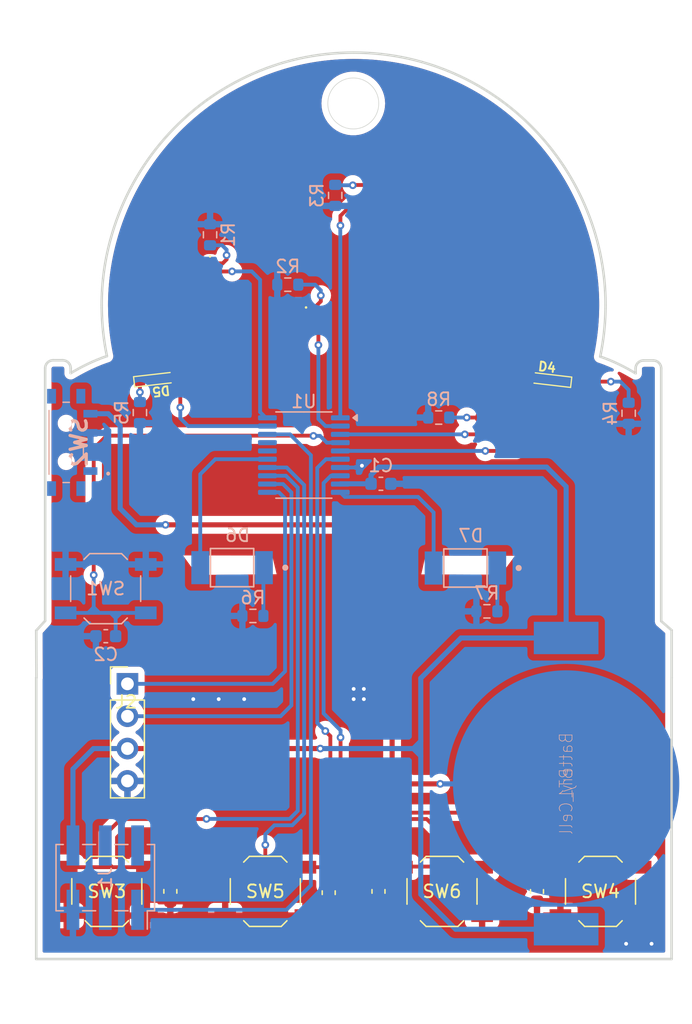
<source format=kicad_pcb>
(kicad_pcb (version 20240108) (generator "pcbnew") (generator_version "8.0")
  (layers (0 "F.Cu" signal) (31 "B.Cu" signal) (34 "B.Paste" user) (35 "F.Paste" user) (36 "B.SilkS" user "B.Silkscreen") (37 "F.SilkS" user "F.Silkscreen") (38 "B.Mask" user) (39 "F.Mask" user) (44 "Edge.Cuts" user))
  (net 0 "")
  (net 1 "GND")
  (net 2 "/RST")
  (net 3 "/DOWN")
  (net 4 "Net-(BT1--)")
  (net 6 "/SWDIO")
  (net 8 "+3.3V")
  (net 10 "/SDA")
  (net 11 "/RIGHT")
  (net 12 "/LEFT")
  (net 13 "/UP")
  (net 14 "/LED1")
  (net 15 "/LED2")
  (net 16 "/LED3")
  (net 18 "/LED4")
  (net 19 "/LED5")
  (net 20 "/SCL")
  (net 21 "/LED6")
  (net 23 "/LED7")
  (net 24 "/LED8")
  (net 25 "Net-(D1-K)")
  (net 26 "Net-(D2-K)")
  (net 27 "Net-(D3-K)")
  (net 28 "Net-(D4-K)")
  (net 29 "Net-(D5-K)")
  (net 30 "Net-(D6-K)")
  (net 31 "Net-(D7-K)")
  (net 32 "Net-(D8-K)")
  (footprint "Button_Switch_SMD:SW_SPST_TL3342" (layer "F.Cu") (at 67.21 112.09 180)
    (property "Reference" "SW3" (at 0 0 0) (layer "F.SilkS"))
    (property "Value" "~")
    (pad "1" smd rect (at -3.15 -1.9 180) (size 1.7 1) (layers "F.Cu" "F.Paste" "F.Mask") (net 1 "GND"))
    (pad "1" smd rect (at 3.15 -1.9 180) (size 1.7 1) (layers "F.Cu" "F.Paste" "F.Mask") (net 1 "GND"))
    (pad "2" smd rect (at -3.15 1.9 180) (size 1.7 1) (layers "F.Cu" "F.Paste" "F.Mask") (net 12 "/LEFT"))
    (pad "2" smd rect (at 3.15 1.9 180) (size 1.7 1) (layers "F.Cu" "F.Paste" "F.Mask") (net 12 "/LEFT"))
  )
  (footprint "Footprints:LED_S" (layer "F.Cu") (at 71.393028 71.86909 -173.5)
    (property "Reference" "D5" (at 0.03 -0.95 -173.5) (layer "F.SilkS") (effects (font (size 0.7 0.7) (thickness 0.15) (bold yes))))
    (property "Value" "LED_Small")
    (pad "1" smd roundrect (at 1.6 0 6.5) (size 0.8 0.7) (layers "F.Cu" "F.Paste" "F.Mask") (roundrect_rratio 0.1) (net 29 "Net-(D5-K)"))
    (pad "2" smd roundrect (at -1.6 0 6.5) (size 0.8 0.7) (layers "F.Cu" "F.Paste" "F.Mask") (roundrect_rratio 0.1) (net 19 "/LED5"))
  )
  (footprint "Button_Switch_SMD:SW_SPST_TL3342" (layer "F.Cu") (at 79.66 112.09 180)
    (property "Reference" "SW5" (at 0 0 0) (layer "F.SilkS"))
    (property "Value" "~")
    (pad "1" smd rect (at -3.15 -1.9 180) (size 1.7 1) (layers "F.Cu" "F.Paste" "F.Mask") (net 1 "GND"))
    (pad "1" smd rect (at 3.15 -1.9 180) (size 1.7 1) (layers "F.Cu" "F.Paste" "F.Mask") (net 1 "GND"))
    (pad "2" smd rect (at -3.15 1.9 180) (size 1.7 1) (layers "F.Cu" "F.Paste" "F.Mask") (net 13 "/UP"))
    (pad "2" smd rect (at 3.15 1.9 180) (size 1.7 1) (layers "F.Cu" "F.Paste" "F.Mask") (net 13 "/UP"))
  )
  (footprint "Library:BAGDE BSIDES SAN DIEGO 25_30-10-24" (layer "F.Cu") (at 86.6 70.8)
    (property "Reference" "Ref**" (hide yes))
    (property "Value" "Val**" (hide yes))
  )
  (footprint "Capacitor_SMD:C_0603_1608Metric" (layer "F.Cu") (at 84.64 112.19 90)
    (property "Reference" "C5" (hide yes))
    (property "Value" "0.1uF")
    (pad "1" smd roundrect (at -0.775 0 90) (size 0.9 0.95) (layers "F.Cu" "F.Paste" "F.Mask") (net 1 "GND"))
    (pad "2" smd roundrect (at 0.775 0 90) (size 0.9 0.95) (layers "F.Cu" "F.Paste" "F.Mask") (net 13 "/UP"))
  )
  (footprint "Button_Switch_SMD:SW_SPST_TL3342" (layer "F.Cu") (at 93.54 112.09 180)
    (property "Reference" "SW6" (at 0 0 0) (layer "F.SilkS"))
    (property "Value" "~")
    (pad "1" smd rect (at -3.15 -1.9 180) (size 1.7 1) (layers "F.Cu" "F.Paste" "F.Mask") (net 1 "GND"))
    (pad "1" smd rect (at 3.15 -1.9 180) (size 1.7 1) (layers "F.Cu" "F.Paste" "F.Mask") (net 1 "GND"))
    (pad "2" smd rect (at -3.15 1.9 180) (size 1.7 1) (layers "F.Cu" "F.Paste" "F.Mask") (net 3 "/DOWN"))
    (pad "2" smd rect (at 3.15 1.9 180) (size 1.7 1) (layers "F.Cu" "F.Paste" "F.Mask") (net 3 "/DOWN"))
  )
  (footprint "Button_Switch_SMD:SW_SPST_TL3342" (layer "F.Cu") (at 105.99 112.09 180)
    (property "Reference" "SW4" (at 0 0 0) (layer "F.SilkS"))
    (property "Value" "~")
    (pad "1" smd rect (at -3.15 -1.9 180) (size 1.7 1) (layers "F.Cu" "F.Paste" "F.Mask") (net 1 "GND"))
    (pad "1" smd rect (at 3.15 -1.9 180) (size 1.7 1) (layers "F.Cu" "F.Paste" "F.Mask") (net 1 "GND"))
    (pad "2" smd rect (at -3.15 1.9 180) (size 1.7 1) (layers "F.Cu" "F.Paste" "F.Mask") (net 11 "/RIGHT"))
    (pad "2" smd rect (at 3.15 1.9 180) (size 1.7 1) (layers "F.Cu" "F.Paste" "F.Mask") (net 11 "/RIGHT"))
  )
  (footprint "LED_SMD:LED_0201_0603Metric" (layer "F.Cu") (at 75.32 63.1175 -90)
    (property "Reference" "D1" (hide yes))
    (property "Value" "LED")
    (pad "1" smd roundrect (at -0.32 0 270) (size 0.46 0.4) (layers "F.Cu" "F.Mask") (net 25 "Net-(D1-K)"))
    (pad "2" smd roundrect (at 0.32 0 270) (size 0.46 0.4) (layers "F.Cu" "F.Mask") (net 14 "/LED1"))
  )
  (footprint "Footprints:LED_S" (layer "F.Cu") (at 101.65 71.89 -6.7)
    (property "Reference" "D4" (at 0.03 -0.95 -6.7) (layer "F.SilkS") (effects (font (size 0.7 0.7) (thickness 0.15) (bold yes))))
    (property "Value" "LED_Small")
    (pad "1" smd roundrect (at 1.6 0 173.3) (size 0.8 0.7) (layers "F.Cu" "F.Paste" "F.Mask") (roundrect_rratio 0.1) (net 28 "Net-(D4-K)"))
    (pad "2" smd roundrect (at -1.6 0 173.3) (size 0.8 0.7) (layers "F.Cu" "F.Paste" "F.Mask") (roundrect_rratio 0.1) (net 18 "/LED4"))
  )
  (footprint "Capacitor_SMD:C_0603_1608Metric" (layer "F.Cu") (at 72.2 112.085 90)
    (property "Reference" "C3" (hide yes))
    (property "Value" "0.1uF")
    (pad "1" smd roundrect (at -0.775 0 90) (size 0.9 0.95) (layers "F.Cu" "F.Paste" "F.Mask") (net 1 "GND"))
    (pad "2" smd roundrect (at 0.775 0 90) (size 0.9 0.95) (layers "F.Cu" "F.Paste" "F.Mask") (net 12 "/LEFT"))
  )
  (footprint "Capacitor_SMD:C_0603_1608Metric" (layer "F.Cu") (at 101 112.09 90)
    (property "Reference" "C4" (hide yes))
    (property "Value" "0.1uF")
    (pad "1" smd roundrect (at -0.775 0 90) (size 0.9 0.95) (layers "F.Cu" "F.Paste" "F.Mask") (net 1 "GND"))
    (pad "2" smd roundrect (at 0.775 0 90) (size 0.9 0.95) (layers "F.Cu" "F.Paste" "F.Mask") (net 11 "/RIGHT"))
  )
  (footprint "LED_SMD:LED_0402_1005Metric" (layer "F.Cu") (at 81.77 66.26 180)
    (property "Reference" "D2" (hide yes))
    (property "Value" "LED")
    (pad "1" smd roundrect (at -0.485 0 180) (size 0.59 0.64) (layers "F.Cu" "F.Paste" "F.Mask") (net 26 "Net-(D2-K)"))
    (pad "2" smd roundrect (at 0.485 0 180) (size 0.59 0.64) (layers "F.Cu" "F.Paste" "F.Mask") (net 15 "/LED2"))
  )
  (footprint "Capacitor_SMD:C_0603_1608Metric" (layer "F.Cu") (at 88.55 112.09 90)
    (property "Reference" "C6" (hide yes))
    (property "Value" "0.1uF")
    (pad "1" smd roundrect (at -0.775 0 90) (size 0.9 0.95) (layers "F.Cu" "F.Paste" "F.Mask") (net 1 "GND"))
    (pad "2" smd roundrect (at 0.775 0 90) (size 0.9 0.95) (layers "F.Cu" "F.Paste" "F.Mask") (net 3 "/DOWN"))
  )
  (footprint "Footprints:Display OLED 128 x32" (layer "F.Cu") (at 68.83 95.8)
    (property "Reference" "J2" (at -0.1 1.42 0) (layer "F.SilkS"))
    (property "Value" "OLED")
    (pad "1" thru_hole rect (at 0 0) (size 1.7 1.7) (drill 1) (layers "*.Cu" "*.Mask") (net 10 "/SDA"))
    (pad "2" thru_hole oval (at 0 2.54) (size 1.7 1.7) (drill 1) (layers "*.Cu" "*.Mask") (net 20 "/SCL"))
    (pad "3" thru_hole oval (at 0 5.08) (size 1.7 1.7) (drill 1) (layers "*.Cu" "*.Mask") (net 8 "+3.3V"))
    (pad "4" thru_hole oval (at 0 7.62) (size 1.7 1.7) (drill 1) (layers "*.Cu" "*.Mask") (net 1 "GND"))
  )
  (footprint "LED_SMD:LED_0603_1608Metric" (layer "F.Cu") (at 90.31 57.4375 -90)
    (property "Reference" "D3" (hide yes))
    (property "Value" "LED")
    (pad "1" smd roundrect (at -0.7875 0 270) (size 0.875 0.95) (layers "F.Cu" "F.Paste" "F.Mask") (net 27 "Net-(D3-K)"))
    (pad "2" smd roundrect (at 0.7875 0 270) (size 0.875 0.95) (layers "F.Cu" "F.Paste" "F.Mask") (net 16 "/LED3"))
  )
  (footprint "Footprints:Led_S_S" (layer "F.Cu") (at 97.21 74.98 -6.5)
    (property "Reference" "D8" (hide yes))
    (property "Value" "LED_Small")
    (pad "1" smd roundrect (at -0.725 0 353.5) (size 0.65 0.65) (layers "F.Cu" "F.Paste" "F.Mask") (net 32 "Net-(D8-K)"))
    (pad "2" smd roundrect (at 0.725 0 353.5) (size 0.65 0.65) (layers "F.Cu" "F.Paste" "F.Mask") (net 24 "/LED8"))
  )
  (footprint "Connector_PinHeader_2.54mm:PinHeader_2x03_P2.54mm_Vertical_SMD" (layer "B.Cu") (at 67.09 111.01 90)
    (property "Reference" "J1" (at -0.01 0 90) (layer "B.SilkS") (effects (justify mirror)))
    (property "Value" "Conn_02x03_Odd_Even")
    (pad "1" smd rect (at -2.525 2.54 90) (size 3.15 1) (layers "B.Cu" "B.Paste" "B.Mask") (net 6 "/SWDIO"))
    (pad "2" smd rect (at 2.525 2.54 90) (size 3.15 1) (layers "B.Cu" "B.Paste" "B.Mask"))
    (pad "3" smd rect (at -2.525 0 90) (size 3.15 1) (layers "B.Cu" "B.Paste" "B.Mask"))
    (pad "4" smd rect (at 2.525 0 90) (size 3.15 1) (layers "B.Cu" "B.Paste" "B.Mask"))
    (pad "5" smd rect (at -2.525 -2.54 90) (size 3.15 1) (layers "B.Cu" "B.Paste" "B.Mask") (net 1 "GND"))
    (pad "6" smd rect (at 2.525 -2.54 90) (size 3.15 1) (layers "B.Cu" "B.Paste" "B.Mask") (net 8 "+3.3V"))
  )
  (footprint "Resistor_SMD:R_0603_1608Metric" (layer "B.Cu") (at 97.065 90.11 180)
    (property "Reference" "R7" (at 0 1.43 0) (layer "B.SilkS") (effects (justify mirror)))
    (property "Value" "220")
    (pad "1" smd roundrect (at -0.825 0 180) (size 0.8 0.95) (layers "B.Cu" "B.Paste" "B.Mask") (net 31 "Net-(D7-K)"))
    (pad "2" smd roundrect (at 0.825 0 180) (size 0.8 0.95) (layers "B.Cu" "B.Paste" "B.Mask") (net 1 "GND"))
  )
  (footprint "Resistor_SMD:R_0603_1608Metric" (layer "B.Cu") (at 81.425 64.47 180)
    (property "Reference" "R2" (at 0 1.43 0) (layer "B.SilkS") (effects (justify mirror)))
    (property "Value" "220")
    (pad "1" smd roundrect (at -0.825 0 180) (size 0.8 0.95) (layers "B.Cu" "B.Paste" "B.Mask") (net 26 "Net-(D2-K)"))
    (pad "2" smd roundrect (at 0.825 0 180) (size 0.8 0.95) (layers "B.Cu" "B.Paste" "B.Mask") (net 1 "GND"))
  )
  (footprint "Resistor_SMD:R_0603_1608Metric" (layer "B.Cu") (at 69.81 74.51 -90)
    (property "Reference" "R5" (at 0 1.43 90) (layer "B.SilkS") (effects (justify mirror)))
    (property "Value" "220")
    (pad "1" smd roundrect (at -0.825 0 270) (size 0.8 0.95) (layers "B.Cu" "B.Paste" "B.Mask") (net 29 "Net-(D5-K)"))
    (pad "2" smd roundrect (at 0.825 0 270) (size 0.8 0.95) (layers "B.Cu" "B.Paste" "B.Mask") (net 1 "GND"))
  )
  (footprint "Resistor_SMD:R_0603_1608Metric" (layer "B.Cu") (at 85.15 57.465 -90)
    (property "Reference" "R3" (at 0 1.43 90) (layer "B.SilkS") (effects (justify mirror)))
    (property "Value" "220")
    (pad "1" smd roundrect (at -0.825 0 270) (size 0.8 0.95) (layers "B.Cu" "B.Paste" "B.Mask") (net 27 "Net-(D3-K)"))
    (pad "2" smd roundrect (at 0.825 0 270) (size 0.8 0.95) (layers "B.Cu" "B.Paste" "B.Mask") (net 1 "GND"))
  )
  (footprint "Batteries:BAT-HLD-001" (layer "B.Cu") (at 103.29 103.63 90)
    (property "Reference" "BT1" (at 0 0 90) (layer "B.SilkS") (effects (font (size 1 0.9) (thickness 0.05)) (justify mirror)))
    (property "Value" "Battery_Cell" (at 0 0 90) (layer "B.SilkS") (effects (font (size 1 0.9) (thickness 0.05)) (justify mirror)))
    (pad "1" smd circle (at 0 0 90) (size 17.78 17.78) (layers "B.Cu" "B.Paste" "B.Mask") (net 4 "Net-(BT1--)"))
    (pad "2" smd rect (at -11.430001 0 90) (size 2.54 5.08) (layers "B.Cu" "B.Paste" "B.Mask") (net 8 "+3.3V"))
    (pad "2" smd rect (at 11.430001 0 90) (size 2.54 5.08) (layers "B.Cu" "B.Paste" "B.Mask") (net 8 "+3.3V"))
  )
  (footprint "Footprints:LYT77K-K2M1" (layer "B.Cu") (at 77.05 86.68 180)
    (property "Reference" "D6" (at -0.43011 2.5356 0) (layer "B.SilkS") (effects (justify mirror)))
    (property "Value" "R_LED" (hide yes))
    (pad "1" smd rect (at -2.5 0 180) (size 1.4 2.6) (layers "B.Cu" "B.Paste" "B.Mask") (net 30 "Net-(D6-K)"))
    (pad "2" smd rect (at 2.5 0 180) (size 1.4 2.6) (layers "B.Cu" "B.Paste" "B.Mask") (net 21 "/LED6"))
  )
  (footprint "Capacitor_SMD:C_0603_1608Metric" (layer "B.Cu") (at 88.74 80.1 180)
    (property "Reference" "C1" (at 0 1.43 0) (layer "B.SilkS") (effects (justify mirror)))
    (property "Value" ".1uF")
    (pad "1" smd roundrect (at -0.775 0 180) (size 0.9 0.95) (layers "B.Cu" "B.Paste" "B.Mask") (net 1 "GND"))
    (pad "2" smd roundrect (at 0.775 0 180) (size 0.9 0.95) (layers "B.Cu" "B.Paste" "B.Mask") (net 8 "+3.3V"))
  )
  (footprint "Package_SO:TSSOP-20_4.4x6.5mm_P0.65mm" (layer "B.Cu") (at 82.6875 77.845 180)
    (property "Reference" "U1" (at 0 4.2 0) (layer "B.SilkS") (effects (justify mirror)))
    (property "Value" "CH32V003FxPx")
    (pad "1" smd roundrect (at -2.8625 2.925 180) (size 1.475 0.4) (layers "B.Cu" "B.Paste" "B.Mask") (net 16 "/LED3"))
    (pad "2" smd roundrect (at -2.8625 2.275 180) (size 1.475 0.4) (layers "B.Cu" "B.Paste" "B.Mask") (net 15 "/LED2"))
    (pad "3" smd roundrect (at -2.8625 1.625 180) (size 1.475 0.4) (layers "B.Cu" "B.Paste" "B.Mask") (net 24 "/LED8"))
    (pad "4" smd roundrect (at -2.8625 0.975 180) (size 1.475 0.4) (layers "B.Cu" "B.Paste" "B.Mask") (net 2 "/RST"))
    (pad "5" smd roundrect (at -2.8625 0.325 180) (size 1.475 0.4) (layers "B.Cu" "B.Paste" "B.Mask") (net 18 "/LED4"))
    (pad "6" smd roundrect (at -2.8625 -0.325 180) (size 1.475 0.4) (layers "B.Cu" "B.Paste" "B.Mask") (net 3 "/DOWN"))
    (pad "7" smd roundrect (at -2.8625 -0.975 180) (size 1.475 0.4) (layers "B.Cu" "B.Paste" "B.Mask") (net 1 "GND"))
    (pad "8" smd roundrect (at -2.8625 -1.625 180) (size 1.475 0.4) (layers "B.Cu" "B.Paste" "B.Mask") (net 11 "/RIGHT"))
    (pad "9" smd roundrect (at -2.8625 -2.275 180) (size 1.475 0.4) (layers "B.Cu" "B.Paste" "B.Mask") (net 8 "+3.3V"))
    (pad "10" smd roundrect (at -2.8625 -2.925 180) (size 1.475 0.4) (layers "B.Cu" "B.Paste" "B.Mask") (net 23 "/LED7"))
    (pad "11" smd roundrect (at 2.8625 -2.925 180) (size 1.475 0.4) (layers "B.Cu" "B.Paste" "B.Mask") (net 10 "/SDA"))
    (pad "12" smd roundrect (at 2.8625 -2.275 180) (size 1.475 0.4) (layers "B.Cu" "B.Paste" "B.Mask") (net 20 "/SCL"))
    (pad "13" smd roundrect (at 2.8625 -1.625 180) (size 1.475 0.4) (layers "B.Cu" "B.Paste" "B.Mask") (net 12 "/LEFT"))
    (pad "14" smd roundrect (at 2.8625 -0.975 180) (size 1.475 0.4) (layers "B.Cu" "B.Paste" "B.Mask") (net 13 "/UP"))
    (pad "15" smd roundrect (at 2.8625 -0.325 180) (size 1.475 0.4) (layers "B.Cu" "B.Paste" "B.Mask") (net 21 "/LED6"))
    (pad "16" smd roundrect (at 2.8625 0.325 180) (size 1.475 0.4) (layers "B.Cu" "B.Paste" "B.Mask"))
    (pad "17" smd roundrect (at 2.8625 0.975 180) (size 1.475 0.4) (layers "B.Cu" "B.Paste" "B.Mask"))
    (pad "18" smd roundrect (at 2.8625 1.625 180) (size 1.475 0.4) (layers "B.Cu" "B.Paste" "B.Mask") (net 6 "/SWDIO"))
    (pad "19" smd roundrect (at 2.8625 2.275 180) (size 1.475 0.4) (layers "B.Cu" "B.Paste" "B.Mask") (net 19 "/LED5"))
    (pad "20" smd roundrect (at 2.8625 2.925 180) (size 1.475 0.4) (layers "B.Cu" "B.Paste" "B.Mask") (net 14 "/LED1"))
  )
  (footprint "Resistor_SMD:R_0603_1608Metric" (layer "B.Cu") (at 78.685 90.47 180)
    (property "Reference" "R6" (at 0 1.43 0) (layer "B.SilkS") (effects (justify mirror)))
    (property "Value" "220")
    (pad "1" smd roundrect (at -0.825 0 180) (size 0.8 0.95) (layers "B.Cu" "B.Paste" "B.Mask") (net 30 "Net-(D6-K)"))
    (pad "2" smd roundrect (at 0.825 0 180) (size 0.8 0.95) (layers "B.Cu" "B.Paste" "B.Mask") (net 1 "GND"))
  )
  (footprint "Capacitor_SMD:C_0603_1608Metric" (layer "B.Cu") (at 67.13 92.06)
    (property "Reference" "C2" (at 0 1.43 0) (layer "B.SilkS") (effects (justify mirror)))
    (property "Value" ".1uF")
    (pad "1" smd roundrect (at -0.775 0) (size 0.9 0.95) (layers "B.Cu" "B.Paste" "B.Mask") (net 1 "GND"))
    (pad "2" smd roundrect (at 0.775 0) (size 0.9 0.95) (layers "B.Cu" "B.Paste" "B.Mask") (net 2 "/RST"))
  )
  (footprint "Button_Switch_SMD:SW_SPST_TL3342" (layer "B.Cu") (at 67.12 88.33 180)
    (property "Reference" "SW1" (at 0 0 0) (layer "B.SilkS") (effects (justify mirror)))
    (property "Value" "RESET")
    (pad "1" smd rect (at -3.15 1.9 180) (size 1.7 1) (layers "B.Cu" "B.Paste" "B.Mask") (net 1 "GND"))
    (pad "1" smd rect (at 3.15 1.9 180) (size 1.7 1) (layers "B.Cu" "B.Paste" "B.Mask") (net 1 "GND"))
    (pad "2" smd rect (at -3.15 -1.9 180) (size 1.7 1) (layers "B.Cu" "B.Paste" "B.Mask") (net 2 "/RST"))
    (pad "2" smd rect (at 3.15 -1.9 180) (size 1.7 1) (layers "B.Cu" "B.Paste" "B.Mask") (net 2 "/RST"))
  )
  (footprint "Footprints:LYT77K-K2M1" (layer "B.Cu") (at 95.38 86.71 180)
    (property "Reference" "D7" (at -0.43011 2.5356 0) (layer "B.SilkS") (effects (justify mirror)))
    (property "Value" "R_LED" (hide yes))
    (pad "1" smd rect (at -2.5 0 180) (size 1.4 2.6) (layers "B.Cu" "B.Paste" "B.Mask") (net 31 "Net-(D7-K)"))
    (pad "2" smd rect (at 2.5 0 180) (size 1.4 2.6) (layers "B.Cu" "B.Paste" "B.Mask") (net 23 "/LED7"))
  )
  (footprint "Resistor_SMD:R_0603_1608Metric" (layer "B.Cu") (at 93.28 74.9 180)
    (property "Reference" "R8" (at 0 1.43 0) (layer "B.SilkS") (effects (justify mirror)))
    (property "Value" "220")
    (pad "1" smd roundrect (at -0.825 0 180) (size 0.8 0.95) (layers "B.Cu" "B.Paste" "B.Mask") (net 32 "Net-(D8-K)"))
    (pad "2" smd roundrect (at 0.825 0 180) (size 0.8 0.95) (layers "B.Cu" "B.Paste" "B.Mask") (net 1 "GND"))
  )
  (footprint "Resistor_SMD:R_0603_1608Metric" (layer "B.Cu") (at 108.2 74.565 -90)
    (property "Reference" "R4" (at 0 1.43 90) (layer "B.SilkS") (effects (justify mirror)))
    (property "Value" "220")
    (pad "1" smd roundrect (at -0.825 0 270) (size 0.8 0.95) (layers "B.Cu" "B.Paste" "B.Mask") (net 28 "Net-(D4-K)"))
    (pad "2" smd roundrect (at 0.825 0 270) (size 0.8 0.95) (layers "B.Cu" "B.Paste" "B.Mask") (net 1 "GND"))
  )
  (footprint "Resistor_SMD:R_0603_1608Metric" (layer "B.Cu") (at 75.32 60.555 90)
    (property "Reference" "R1" (at 0 1.43 90) (layer "B.SilkS") (effects (justify mirror)))
    (property "Value" "220")
    (pad "1" smd roundrect (at -0.825 0 90) (size 0.8 0.95) (layers "B.Cu" "B.Paste" "B.Mask") (net 25 "Net-(D1-K)"))
    (pad "2" smd roundrect (at 0.825 0 90) (size 0.8 0.95) (layers "B.Cu" "B.Paste" "B.Mask") (net 1 "GND"))
  )
  (footprint "Footprints:MSK12C02" (layer "B.Cu") (at 64.02 76.85 90)
    (property "Reference" "SW2" (at 0 1 90) (layer "B.SilkS") (effects (font (size 1.27 1.27) (thickness 0.254)) (justify mirror)))
    (property "Value" "SW_SPDT" (hide yes))
    (pad "" np_thru_hole circle (at -1.5 0 90) (size 0.85 0.85) (drill 0.85) (layers "*.Cu" "*.Mask"))
    (pad "" np_thru_hole circle (at 1.5 0 90) (size 0.85 0.85) (drill 0.85) (layers "*.Cu" "*.Mask"))
    (pad "1" smd rect (at -2.25 1.9 90) (size 0.6 1.1) (layers "B.Cu" "B.Paste" "B.Mask"))
    (pad "2" smd rect (at 0.75 1.9 90) (size 0.6 1.1) (layers "B.Cu" "B.Paste" "B.Mask") (net 1 "GND"))
    (pad "3" smd rect (at 2.25 1.9 90) (size 0.6 1.1) (layers "B.Cu" "B.Paste" "B.Mask") (net 4 "Net-(BT1--)"))
    (pad "4" smd rect (at -3.625 -1.15) (size 0.7 1.15) (layers "B.Cu" "B.Paste" "B.Mask"))
    (pad "4" smd rect (at -3.625 1.15) (size 0.7 1.15) (layers "B.Cu" "B.Paste" "B.Mask"))
    (pad "4" smd rect (at 3.625 -1.15) (size 0.7 1.15) (layers "B.Cu" "B.Paste" "B.Mask"))
    (pad "4" smd rect (at 3.625 1.15) (size 0.7 1.15) (layers "B.Cu" "B.Paste" "B.Mask"))
  )
  (gr_line (start 61.682832 95.317953) (end 61.665232 95.317953) (stroke (width 0.2)) (layer "Edge.Cuts"))
  (gr_line (start 110.126314 70.418341) (end 109.376263 70.418341) (stroke (width 0.2)) (layer "Edge.Cuts"))
  (gr_line (start 61.665229 91.620515) (end 61.682832 95.317953) (stroke (width 0.2)) (layer "Edge.Cuts"))
  (gr_line (start 111.57359 117.39694) (end 111.57359 95.317953) (stroke (width 0.2)) (layer "Edge.Cuts"))
  (gr_curve (pts (xy 110.756632 71.04868) (xy 110.756632 70.700068) (xy 110.474926 70.418341) (xy 110.126314 70.418341)) (stroke (width 0.2)) (layer "Edge.Cuts"))
  (gr_line (start 111.57709 91.592337) (end 110.756632 90.87751) (stroke (width 0.2)) (layer "Edge.Cuts"))
  (gr_curve (pts (xy 67.486067 60.967001) (xy 67.038846 62.611473) (xy 66.806425 64.32638) (xy 66.806425 66.069461)) (stroke (width 0.2)) (layer "Edge.Cuts"))
  (gr_curve (pts (xy 94.956252 48.114004) (xy 92.33285 46.881525) (xy 89.519258 46.258235) (xy 86.600051 46.258235)) (stroke (width 0.2)) (layer "Edge.Cuts"))
  (gr_curve (pts (xy 64.373161 71.034584) (xy 64.373161 70.685972) (xy 64.091455 70.404266) (xy 63.742843 70.404266)) (stroke (width 0.2)) (layer "Edge.Cuts"))
  (gr_curve (pts (xy 66.806425 66.069461) (xy 66.806425 66.143421) (xy 66.806425 66.213826) (xy 66.809945 66.287786)) (stroke (width 0.2)) (layer "Edge.Cuts"))
  (gr_curve (pts (xy 86.600051 46.258235) (xy 83.680843 46.258235) (xy 80.870773 46.881525) (xy 78.24737 48.114004)) (stroke (width 0.2)) (layer "Edge.Cuts"))
  (gr_line (start 111.57359 95.317953) (end 111.57709 95.317953) (stroke (width 0.2)) (layer "Edge.Cuts"))
  (gr_curve (pts (xy 105.967581 70.11551) (xy 106.224634 68.872477) (xy 106.365496 67.604774) (xy 106.383099 66.340613)) (stroke (width 0.2)) (layer "Edge.Cuts"))
  (gr_curve (pts (xy 67.218434 70.080307) (xy 66.133845 70.442998) (xy 65.2042 70.921918) (xy 64.373161 71.414899)) (stroke (width 0.2)) (layer "Edge.Cuts"))
  (gr_line (start 62.365978 71.034584) (end 62.365978 90.85286) (stroke (width 0.2)) (layer "Edge.Cuts"))
  (gr_line (start 111.57709 95.317953) (end 111.57709 91.592337) (stroke (width 0.2)) (layer "Edge.Cuts"))
  (gr_line (start 110.756632 90.87751) (end 110.756632 71.04868) (stroke (width 0.2)) (layer "Edge.Cuts"))
  (gr_curve (pts (xy 66.809945 66.287786) (xy 66.82052 67.558996) (xy 66.96136 68.830225) (xy 67.218434 70.080307)) (stroke (width 0.2)) (layer "Edge.Cuts"))
  (gr_line (start 61.665232 117.39694) (end 111.57359 117.39694) (stroke (width 0.2)) (layer "Edge.Cuts"))
  (gr_line (start 64.373161 71.414899) (end 64.373161 71.034584) (stroke (width 0.2)) (layer "Edge.Cuts"))
  (gr_line (start 63.742843 70.404266) (end 62.996318 70.404266) (stroke (width 0.2)) (layer "Edge.Cuts"))
  (gr_line (start 61.665232 95.317953) (end 61.665232 117.39694) (stroke (width 0.2)) (layer "Edge.Cuts"))
  (gr_circle (center 86.57 50.25) (end 88.57 50.25) (stroke (width 0.05)) (fill none) (layer "Edge.Cuts"))
  (gr_curve (pts (xy 106.383099 66.340613) (xy 106.386599 66.249053) (xy 106.386599 66.16102) (xy 106.386599 66.069461)) (stroke (width 0.2)) (layer "Edge.Cuts"))
  (gr_curve (pts (xy 108.745945 71.428995) (xy 107.932509 70.943046) (xy 107.023992 70.474697) (xy 105.967581 70.11551)) (stroke (width 0.2)) (layer "Edge.Cuts"))
  (gr_line (start 108.745945 71.04868) (end 108.745945 71.428995) (stroke (width 0.2)) (layer "Edge.Cuts"))
  (gr_curve (pts (xy 106.386599 66.069461) (xy 106.386599 63.287572) (xy 105.795013 60.586686) (xy 104.703374 58.118202)) (stroke (width 0.2)) (layer "Edge.Cuts"))
  (gr_curve (pts (xy 62.996318 70.404266) (xy 62.647684 70.404266) (xy 62.365978 70.685972) (xy 62.365978 71.034584)) (stroke (width 0.2)) (layer "Edge.Cuts"))
  (gr_curve (pts (xy 104.703374 58.118202) (xy 102.801874 53.793972) (xy 99.375589 50.184569) (xy 94.956252 48.114004)) (stroke (width 0.2)) (layer "Edge.Cuts"))
  (gr_curve (pts (xy 78.24737 48.114004) (xy 72.880786 50.62474) (xy 68.979123 55.396191) (xy 67.486067 60.967001)) (stroke (width 0.2)) (layer "Edge.Cuts"))
  (gr_line (start 62.365978 90.85286) (end 61.665229 91.620515) (stroke (width 0.2)) (layer "Edge.Cuts"))
  (gr_curve (pts (xy 109.376263 70.418341) (xy 109.031176 70.418341) (xy 108.745945 70.700068) (xy 108.745945 71.04868)) (stroke (width 0.2)) (layer "Edge.Cuts"))
  (via (at 87.4 96.2) (size 0.6) (drill 0.3) (layers "F.Cu" "B.Cu") (net 1))
  (via (at 87.25 78.68) (size 0.6) (drill 0.3) (layers "F.Cu" "B.Cu") (net 1))
  (via (at 86.6 97) (size 0.6) (drill 0.3) (layers "F.Cu" "B.Cu") (net 1))
  (via (at 74 97) (size 0.6) (drill 0.3) (layers "F.Cu" "B.Cu") (net 1))
  (via (at 78 97) (size 0.6) (drill 0.3) (layers "F.Cu" "B.Cu") (net 1))
  (via (at 108 116.2) (size 0.6) (drill 0.3) (layers "F.Cu" "B.Cu") (net 1))
  (via (at 87.4 97) (size 0.6) (drill 0.3) (layers "F.Cu" "B.Cu") (net 1))
  (via (at 86.6 96.2) (size 0.6) (drill 0.3) (layers "F.Cu" "B.Cu") (net 1))
  (via (at 110 116.2) (size 0.6) (drill 0.3) (layers "F.Cu" "B.Cu") (net 1))
  (via (at 76 97) (size 0.6) (drill 0.3) (layers "F.Cu" "B.Cu") (net 1))
  (segment (start 85.55 78.82) (end 87.11 78.82) (width 0.3) (layer "B.Cu") (net 1))
  (segment (start 87.11 78.82) (end 87.25 78.68) (width 0.3) (layer "B.Cu") (net 1))
  (segment (start 66.18 87.26) (end 66.18 77.34) (width 0.3) (layer "F.Cu") (net 2))
  (segment (start 67.2 76.32) (end 83.42 76.32) (width 0.3) (layer "F.Cu") (net 2))
  (segment (start 83.42 76.32) (end 83.44 76.34) (width 0.3) (layer "F.Cu") (net 2))
  (segment (start 66.18 77.34) (end 67.2 76.32) (width 0.3) (layer "F.Cu") (net 2))
  (via (at 83.44 76.34) (size 0.6) (drill 0.3) (layers "F.Cu" "B.Cu") (net 2))
  (via (at 66.18 87.26) (size 0.6) (drill 0.3) (layers "F.Cu" "B.Cu") (net 2))
  (segment (start 67.92 90.63) (end 68.32 90.23) (width 0.3) (layer "B.Cu") (net 2))
  (segment (start 67.905 90.63) (end 67.905 90.235) (width 0.3) (layer "B.Cu") (net 2))
  (segment (start 66.18 89.76) (end 66.18 87.26) (width 0.3) (layer "B.Cu") (net 2))
  (segment (start 66.62 90.23) (end 67.51 90.23) (width 0.3) (layer "B.Cu") (net 2))
  (segment (start 66.18 90.23) (end 66.62 90.23) (width 0.3) (layer "B.Cu") (net 2))
  (segment (start 67.91 90.23) (end 68.32 90.23) (width 0.3) (layer "B.Cu") (net 2))
  (segment (start 83.44 76.34) (end 83.96 76.34) (width 0.3) (layer "B.Cu") (net 2))
  (segment (start 67.51 90.235) (end 67.905 90.63) (width 0.3) (layer "B.Cu") (net 2))
  (segment (start 83.96 76.34) (end 84.49 76.87) (width 0.3) (layer "B.Cu") (net 2))
  (segment (start 84.49 76.87) (end 85.55 76.87) (width 0.3) (layer "B.Cu") (net 2))
  (segment (start 66.18 89.8) (end 65.75 90.23) (width 0.3) (layer "B.Cu") (net 2))
  (segment (start 65.75 90.23) (end 66.18 90.23) (width 0.3) (layer "B.Cu") (net 2))
  (segment (start 67.51 90.23) (end 67.91 90.23) (width 0.3) (layer "B.Cu") (net 2))
  (segment (start 68.32 90.23) (end 70.27 90.23) (width 0.3) (layer "B.Cu") (net 2))
  (segment (start 66.18 90.23) (end 66.18 89.76) (width 0.3) (layer "B.Cu") (net 2))
  (segment (start 67.51 90.23) (end 67.51 90.235) (width 0.3) (layer "B.Cu") (net 2))
  (segment (start 66.18 89.76) (end 66.18 89.79) (width 0.3) (layer "B.Cu") (net 2))
  (segment (start 67.905 90.63) (end 67.92 90.63) (width 0.3) (layer "B.Cu") (net 2))
  (segment (start 66.18 89.79) (end 66.62 90.23) (width 0.3) (layer "B.Cu") (net 2))
  (segment (start 67.905 90.235) (end 67.91 90.23) (width 0.3) (layer "B.Cu") (net 2))
  (segment (start 67.905 92.06) (end 67.905 90.63) (width 0.3) (layer "B.Cu") (net 2))
  (segment (start 63.97 90.23) (end 65.75 90.23) (width 0.3) (layer "B.Cu") (net 2))
  (segment (start 66.18 89.76) (end 66.18 89.8) (width 0.3) (layer "B.Cu") (net 2))
  (segment (start 94.01 110.14) (end 97.05 110.14) (width 0.3) (layer "F.Cu") (net 3))
  (segment (start 88.55 110.82) (end 88.55 111.315) (width 0.3) (layer "F.Cu") (net 3))
  (segment (start 93.53 107.6) (end 93.53 109.54) (width 0.3) (layer "F.Cu") (net 3))
  (segment (start 93.53 109.54) (end 93.53 110.13) (width 0.3) (layer "F.Cu") (net 3))
  (segment (start 84.77 105.2) (end 85.98 106.41) (width 0.3) (layer "F.Cu") (net 3))
  (segment (start 90.75 110.14) (end 93.05 110.14) (width 0.3) (layer "F.Cu") (net 3))
  (segment (start 93.54 110.14) (end 94.01 110.14) (width 0.3) (layer "F.Cu") (net 3))
  (segment (start 85.98 106.41) (end 92.34 106.41) (width 0.3) (layer "F.Cu") (net 3))
  (segment (start 84.77 99.9) (end 84.77 105.2) (width 0.3) (layer "F.Cu") (net 3))
  (segment (start 90.39 110.19) (end 89.18 110.19) (width 0.3) (layer "F.Cu") (net 3))
  (segment (start 89.18 110.19) (end 88.55 110.82) (width 0.3) (layer "F.Cu") (net 3))
  (segment (start 84.375 99.505) (end 84.77 99.9) (width 0.3) (layer "F.Cu") (net 3))
  (segment (start 92.34 106.41) (end 93.53 107.6) (width 0.3) (layer "F.Cu") (net 3))
  (segment (start 93.53 109.66) (end 94.01 110.14) (width 0.3) (layer "F.Cu") (net 3))
  (segment (start 93.05 110.14) (end 93.54 110.14) (width 0.3) (layer "F.Cu") (net 3))
  (segment (start 93.53 109.66) (end 93.05 110.14) (width 0.3) (layer "F.Cu") (net 3))
  (segment (start 93.53 109.54) (end 93.53 109.66) (width 0.3) (layer "F.Cu") (net 3))
  (segment (start 93.53 110.13) (end 93.54 110.14) (width 0.3) (layer "F.Cu") (net 3))
  (via (at 84.375 99.505) (size 0.6) (drill 0.3) (layers "F.Cu" "B.Cu") (net 3))
  (segment (start 83.74 78.85) (end 84.42 78.17) (width 0.3) (layer "B.Cu") (net 3))
  (segment (start 84.42 78.17) (end 85.55 78.17) (width 0.3) (layer "B.Cu") (net 3))
  (segment (start 83.74 98.87) (end 83.74 78.85) (width 0.3) (layer "B.Cu") (net 3))
  (segment (start 84.375 99.505) (end 83.74 98.87) (width 0.3) (layer "B.Cu") (net 3))
  (segment (start 89.62 102.34) (end 89.62 84.8) (width 0.4) (layer "F.Cu") (net 4))
  (segment (start 90.93 103.65) (end 89.62 102.34) (width 0.4) (layer "F.Cu") (net 4))
  (segment (start 93.4 103.65) (end 90.93 103.65) (width 0.4) (layer "F.Cu") (net 4))
  (segment (start 89.62 84.8) (end 88.14 83.32) (width 0.4) (layer "F.Cu") (net 4))
  (segment (start 88.14 83.32) (end 71.82 83.32) (width 0.4) (layer "F.Cu") (net 4))
  (via (at 71.82 83.32) (size 0.6) (drill 0.3) (layers "F.Cu" "B.Cu") (net 4))
  (via (at 93.4 103.65) (size 0.6) (drill 0.3) (layers "F.Cu" "B.Cu") (net 4))
  (segment (start 67.32 74.6) (end 68.26 75.54) (width 0.4) (layer "B.Cu") (net 4))
  (segment (start 103.27 103.65) (end 103.29 103.63) (width 0.4) (layer "B.Cu") (net 4))
  (segment (start 93.4 103.65) (end 103.27 103.65) (width 0.4) (layer "B.Cu") (net 4))
  (segment (start 69.54 83.32) (end 71.82 83.32) (width 0.4) (layer "B.Cu") (net 4))
  (segment (start 65.92 74.6) (end 67.32 74.6) (width 0.4) (layer "B.Cu") (net 4))
  (segment (start 68.26 82.04) (end 69.54 83.32) (width 0.4) (layer "B.Cu") (net 4))
  (segment (start 68.26 75.54) (end 68.26 82.04) (width 0.4) (layer "B.Cu") (net 4))
  (segment (start 79.825 76.22) (end 81.6 76.22) (width 0.3) (layer "B.Cu") (net 6))
  (segment (start 81.6 76.22) (end 83.24 77.86) (width 0.3) (layer "B.Cu") (net 6))
  (segment (start 83.24 77.86) (end 83.24 111.61) (width 0.3) (layer "B.Cu") (net 6))
  (segment (start 81.315 113.535) (end 69.63 113.535) (width 0.3) (layer "B.Cu") (net 6))
  (segment (start 83.24 111.61) (end 81.315 113.535) (width 0.3) (layer "B.Cu") (net 6))
  (segment (start 83.98 100.88) (end 68.83 100.88) (width 0.4) (layer "F.Cu") (net 8))
  (via (at 83.98 100.88) (size 0.6) (drill 0.3) (layers "F.Cu" "B.Cu") (net 8))
  (segment (start 91.29 100.88) (end 91.83 100.88) (width 0.4) (layer "B.Cu") (net 8))
  (segment (start 91.87 101.46) (end 91.87 112.32) (width 0.4) (layer "B.Cu") (net 8))
  (segment (start 91.87 95.36) (end 91.87 100.26) (width 0.4) (layer "B.Cu") (net 8))
  (segment (start 103.29 92.199999) (end 95.030001 92.199999) (width 0.4) (layer "B.Cu") (net 8))
  (segment (start 64.55 102.49) (end 64.55 108.485) (width 0.4) (layer "B.Cu") (net 8))
  (segment (start 91.87 100.26) (end 91.87 100.92) (width 0.4) (layer "B.Cu") (net 8))
  (segment (start 87.965 79.405) (end 87.965 80.1) (width 0.4) (layer "B.Cu") (net 8))
  (segment (start 103.29 92.199999) (end 103.29 80.32) (width 0.4) (layer "B.Cu") (net 8))
  (segment (start 91.87 100.92) (end 91.87 101.46) (width 0.4) (layer "B.Cu") (net 8))
  (segment (start 68.83 100.88) (end 66.16 100.88) (width 0.4) (layer "B.Cu") (net 8))
  (segment (start 87.965 80.1) (end 85.57 80.1) (width 0.4) (layer "B.Cu") (net 8))
  (segment (start 85.57 80.1) (end 85.55 80.12) (width 0.4) (layer "B.Cu") (net 8))
  (segment (start 91.87 112.32) (end 94.610001 115.060001) (width 0.4) (layer "B.Cu") (net 8))
  (segment (start 103.29 80.32) (end 101.76 78.79) (width 0.4) (layer "B.Cu") (net 8))
  (segment (start 91.83 100.88) (end 91.87 100.92) (width 0.4) (layer "B.Cu") (net 8))
  (segment (start 95.030001 92.199999) (end 91.87 95.36) (width 0.4) (layer "B.Cu") (net 8))
  (segment (start 91.87 100.26) (end 91.87 100.3) (width 0.4) (layer "B.Cu") (net 8))
  (segment (start 94.610001 115.060001) (end 103.29 115.060001) (width 0.4) (layer "B.Cu") (net 8))
  (segment (start 83.98 100.88) (end 91.29 100.88) (width 0.4) (layer "B.Cu") (net 8))
  (segment (start 88.58 78.79) (end 87.965 79.405) (width 0.4) (layer "B.Cu") (net 8))
  (segment (start 101.76 78.79) (end 88.58 78.79) (width 0.4) (layer "B.Cu") (net 8))
  (segment (start 91.29 100.88) (end 91.87 101.46) (width 0.4) (layer "B.Cu") (net 8))
  (segment (start 91.87 100.3) (end 91.29 100.88) (width 0.4) (layer "B.Cu") (net 8))
  (segment (start 66.16 100.88) (end 64.55 102.49) (width 0.4) (layer "B.Cu") (net 8))
  (segment (start 80.73 80.77) (end 79.825 80.77) (width 0.3) (layer "B.Cu") (net 10))
  (segment (start 68.83 95.8) (end 80.23 95.8) (width 0.3) (layer "B.Cu") (net 10))
  (segment (start 81.21 94.82) (end 81.21 81.25) (width 0.3) (layer "B.Cu") (net 10))
  (segment (start 81.21 81.25) (end 80.73 80.77) (width 0.3) (layer "B.Cu") (net 10))
  (segment (start 80.23 95.8) (end 81.21 94.82) (width 0.3) (layer "B.Cu") (net 10))
  (segment (start 106.02 109.63) (end 106.02 109.67) (width 0.3) (layer "F.Cu") (net 11))
  (segment (start 102.84 110.19) (end 101.68 110.19) (width 0.3) (layer "F.Cu") (net 11))
  (segment (start 85.57 104.84) (end 86.64 105.91) (width 0.3) (layer "F.Cu") (net 11))
  (segment (start 106.02 109.67) (end 106.49 110.14) (width 0.3) (layer "F.Cu") (net 11))
  (segment (start 106.49 110.14) (end 109.5 110.14) (width 0.3) (layer "F.Cu") (net 11))
  (segment (start 105.1 105.91) (end 106.02 106.83) (width 0.3) (layer "F.Cu") (net 11))
  (segment (start 106.02 109.63) (end 105.51 110.14) (width 0.3) (layer "F.Cu") (net 11))
  (segment (start 106.02 106.83) (end 106.02 109.44) (width 0.3) (layer "F.Cu") (net 11))
  (segment (start 86.64 105.91) (end 105.1 105.91) (width 0.3) (layer "F.Cu") (net 11))
  (segment (start 101 110.87) (end 101 111.315) (width 0.3) (layer "F.Cu") (net 11))
  (segment (start 101.68 110.19) (end 101 110.87) (width 0.3) (layer "F.Cu") (net 11))
  (segment (start 106.02 110.14) (end 106.49 110.14) (width 0.3) (layer "F.Cu") (net 11))
  (segment (start 106.02 109.44) (end 106.02 109.63) (width 0.3) (layer "F.Cu") (net 11))
  (segment (start 105.51 110.14) (end 106.02 110.14) (width 0.3) (layer "F.Cu") (net 11))
  (segment (start 106.02 109.44) (end 106.02 110.14) (width 0.3) (layer "F.Cu") (net 11))
  (segment (start 103.2 110.14) (end 105.51 110.14) (width 0.3) (layer "F.Cu") (net 11))
  (segment (start 85.57 100.01) (end 85.57 104.84) (width 0.3) (layer "F.Cu") (net 11))
  (via (at 85.57 100.01) (size 0.6) (drill 0.3) (layers "F.Cu" "B.Cu") (net 11))
  (segment (start 84.24 80.04) (end 84.81 79.47) (width 0.3) (layer "B.Cu") (net 11))
  (segment (start 85.57 99.45) (end 84.24 98.12) (width 0.3) (layer "B.Cu") (net 11))
  (segment (start 84.24 98.12) (end 84.24 80.04) (width 0.3) (layer "B.Cu") (net 11))
  (segment (start 85.57 100.01) (end 85.57 99.45) (width 0.3) (layer "B.Cu") (net 11))
  (segment (start 84.81 79.47) (end 85.55 79.47) (width 0.3) (layer "B.Cu") (net 11))
  (segment (start 68.31 106.41) (end 67.21 107.51) (width 0.3) (layer "F.Cu") (net 12))
  (segment (start 67.21 109.76) (end 66.78 110.19) (width 0.3) (layer "F.Cu") (net 12))
  (segment (start 70.36 110.19) (end 71.47 110.19) (width 0.3) (layer "F.Cu") (net 12))
  (segment (start 72.2 110.92) (end 72.2 111.31) (width 0.3) (layer "F.Cu") (net 12))
  (segment (start 67.64 110.19) (end 70.36 110.19) (width 0.3) (layer "F.Cu") (net 12))
  (segment (start 75.03 106.41) (end 68.31 106.41) (width 0.3) (layer "F.Cu") (net 12))
  (segment (start 64.06 110.19) (end 66.78 110.19) (width 0.3) (layer "F.Cu") (net 12))
  (segment (start 67.21 107.51) (end 67.21 109.61) (width 0.3) (layer "F.Cu") (net 12))
  (segment (start 71.47 110.19) (end 72.2 110.92) (width 0.3) (layer "F.Cu") (net 12))
  (segment (start 67.21 109.61) (end 67.21 109.76) (width 0.3) (layer "F.Cu") (net 12))
  (segment (start 75.04 106.4) (end 75.03 106.41) (width 0.3) (layer "F.Cu") (net 12))
  (segment (start 67.21 109.76) (end 67.64 110.19) (width 0.3) (layer "F.Cu") (net 12))
  (segment (start 66.78 110.19) (end 67.21 110.19) (width 0.3) (layer "F.Cu") (net 12))
  (segment (start 67.21 110.19) (end 67.64 110.19) (width 0.3) (layer "F.Cu") (net 12))
  (segment (start 67.21 109.61) (end 67.21 110.19) (width 0.3) (layer "F.Cu") (net 12))
  (via (at 75.04 106.4) (size 0.6) (drill 0.3) (layers "F.Cu" "B.Cu") (net 12))
  (segment (start 81.28 79.47) (end 79.825 79.47) (width 0.3) (layer "B.Cu") (net 12))
  (segment (start 82.21 80.4) (end 81.28 79.47) (width 0.3) (layer "B.Cu") (net 12))
  (segment (start 75.04 106.4) (end 81.572894 106.4) (width 0.3) (layer "B.Cu") (net 12))
  (segment (start 81.572894 106.4) (end 82.21 105.762894) (width 0.3) (layer "B.Cu") (net 12))
  (segment (start 82.21 105.762894) (end 82.21 80.4) (width 0.3) (layer "B.Cu") (net 12))
  (segment (start 79.66 109.75) (end 80.1 110.19) (width 0.3) (layer "F.Cu") (net 13))
  (segment (start 79.66 109.57) (end 79.66 109.75) (width 0.3) (layer "F.Cu") (net 13))
  (segment (start 79.66 109.57) (end 79.66 108.44) (width 0.3) (layer "F.Cu") (net 13))
  (segment (start 79.66 109.57) (end 79.66 109.76) (width 0.3) (layer "F.Cu") (net 13))
  (segment (start 79.23 110.19) (end 79.66 110.19) (width 0.3) (layer "F.Cu") (net 13))
  (segment (start 79.66 110.19) (end 79.66 109.57) (width 0.3) (layer "F.Cu") (net 13))
  (segment (start 79.66 109.76) (end 79.23 110.19) (width 0.3) (layer "F.Cu") (net 13))
  (segment (start 79.66 110.19) (end 80.1 110.19) (width 0.3) (layer "F.Cu") (net 13))
  (segment (start 80.1 110.19) (end 82.81 110.19) (width 0.3) (layer "F.Cu") (net 13))
  (segment (start 84.64 110.89) (end 84.64 111.415) (width 0.3) (layer "F.Cu") (net 13))
  (segment (start 82.81 110.19) (end 83.94 110.19) (width 0.3) (layer "F.Cu") (net 13))
  (segment (start 83.94 110.19) (end 84.64 110.89) (width 0.3) (layer "F.Cu") (net 13))
  (segment (start 76.51 110.19) (end 79.23 110.19) (width 0.3) (layer "F.Cu") (net 13))
  (via (at 79.66 108.44) (size 0.6) (drill 0.3) (layers "F.Cu" "B.Cu") (net 13))
  (segment (start 81.337107 78.82) (end 79.825 78.82) (width 0.3) (layer "B.Cu") (net 13))
  (segment (start 81.78 106.9) (end 82.71 105.97) (width 0.3) (layer "B.Cu") (net 13))
  (segment (start 79.66 107.61) (end 80.37 106.9) (width 0.3) (layer "B.Cu") (net 13))
  (segment (start 82.71 105.97) (end 82.71 80.192893) (width 0.3) (layer "B.Cu") (net 13))
  (segment (start 82.71 80.192893) (end 81.337107 78.82) (width 0.3) (layer "B.Cu") (net 13))
  (segment (start 79.66 108.44) (end 79.66 107.61) (width 0.3) (layer "B.Cu") (net 13))
  (segment (start 80.37 106.9) (end 81.78 106.9) (width 0.3) (layer "B.Cu") (net 13))
  (segment (start 77.0425 63.4375) (end 75.32 63.4375) (width 0.3) (layer "F.Cu") (net 14))
  (segment (start 77.05 63.43) (end 77.0425 63.4375) (width 0.3) (layer "F.Cu") (net 14))
  (via (at 77.05 63.43) (size 0.6) (drill 0.3) (layers "F.Cu" "B.Cu") (net 14))
  (segment (start 79.25 64.09) (end 79.25 74.47) (width 0.3) (layer "B.Cu") (net 14))
  (segment (start 78.59 63.43) (end 79.25 64.09) (width 0.3) (layer "B.Cu") (net 14))
  (segment (start 79.7 74.92) (end 79.825 74.92) (width 0.3) (layer "B.Cu") (net 14))
  (segment (start 79.25 74.47) (end 79.7 74.92) (width 0.3) (layer "B.Cu") (net 14))
  (segment (start 77.05 63.43) (end 78.59 63.43) (width 0.3) (layer "B.Cu") (net 14))
  (segment (start 83.83 68.21) (end 83.2 67.58) (width 0.3) (layer "F.Cu") (net 15))
  (segment (start 81.85 67.58) (end 81.285 67.015) (width 0.3) (layer "F.Cu") (net 15))
  (segment (start 81.285 67.015) (end 81.285 66.26) (width 0.3) (layer "F.Cu") (net 15))
  (segment (start 83.2 67.58) (end 81.85 67.58) (width 0.3) (layer "F.Cu") (net 15))
  (segment (start 83.83 69.21) (end 83.83 68.21) (width 0.3) (layer "F.Cu") (net 15))
  (via (at 83.83 69.21) (size 0.6) (drill 0.3) (layers "F.Cu" "B.Cu") (net 15))
  (segment (start 84.39 75.57) (end 85.55 75.57) (width 0.3) (layer "B.Cu") (net 15))
  (segment (start 83.83 69.21) (end 83.83 75.01) (width 0.3) (layer "B.Cu") (net 15))
  (segment (start 83.83 75.01) (end 84.39 75.57) (width 0.3) (layer "B.Cu") (net 15))
  (segment (start 85.56 59.07) (end 86.405 58.225) (width 0.3) (layer "F.Cu") (net 16))
  (segment (start 85.56 59.83) (end 85.56 59.07) (width 0.3) (layer "F.Cu") (net 16))
  (segment (start 86.405 58.225) (end 90.31 58.225) (width 0.3) (layer "F.Cu") (net 16))
  (via (at 85.56 59.83) (size 0.6) (drill 0.3) (layers "F.Cu" "B.Cu") (net 16))
  (segment (start 85.55 74.92) (end 85.55 59.84) (width 0.3) (layer "B.Cu") (net 16))
  (segment (start 85.55 59.84) (end 85.56 59.83) (width 0.3) (layer "B.Cu") (net 16))
  (segment (start 100.060927 76.839073) (end 100.060927 71.703327) (width 0.3) (layer "F.Cu") (net 18))
  (segment (start 99.38 77.52) (end 100.060927 76.839073) (width 0.3) (layer "F.Cu") (net 18))
  (segment (start 96.94 77.52) (end 99.38 77.52) (width 0.3) (layer "F.Cu") (net 18))
  (via (at 96.94 77.52) (size 0.6) (drill 0.3) (layers "F.Cu" "B.Cu") (net 18))
  (segment (start 96.94 77.52) (end 85.55 77.52) (width 0.3) (layer "B.Cu") (net 18))
  (segment (start 72.982743 74.11) (end 72.982743 71.687965) (width 0.3) (layer "F.Cu") (net 19))
  (via (at 72.982743 74.11) (size 0.6) (drill 0.3) (layers "F.Cu" "B.Cu") (net 19))
  (segment (start 72.982743 74.11) (end 72.982743 74.952743) (width 0.3) (layer "B.Cu") (net 19))
  (segment (start 73.6 75.57) (end 79.825 75.57) (width 0.3) (layer "B.Cu") (net 19))
  (segment (start 72.982743 74.952743) (end 73.6 75.57) (width 0.3) (layer "B.Cu") (net 19))
  (segment (start 79.825 80.12) (end 81.05 80.12) (width 0.3) (layer "B.Cu") (net 20))
  (segment (start 81.05 80.12) (end 81.71 80.78) (width 0.3) (layer "B.Cu") (net 20))
  (segment (start 81.71 80.78) (end 81.71 97.49) (width 0.3) (layer "B.Cu") (net 20))
  (segment (start 80.86 98.34) (end 68.83 98.34) (width 0.3) (layer "B.Cu") (net 20))
  (segment (start 81.71 97.49) (end 80.86 98.34) (width 0.3) (layer "B.Cu") (net 20))
  (segment (start 74.55 86.68) (end 74.55 79.35) (width 0.3) (layer "B.Cu") (net 21))
  (segment (start 74.55 79.35) (end 75.73 78.17) (width 0.3) (layer "B.Cu") (net 21))
  (segment (start 75.73 78.17) (end 79.825 78.17) (width 0.3) (layer "B.Cu") (net 21))
  (segment (start 85.91 81.13) (end 91.66 81.13) (width 0.3) (layer "B.Cu") (net 23))
  (segment (start 92.88 82.35) (end 92.88 86.71) (width 0.3) (layer "B.Cu") (net 23))
  (segment (start 91.66 81.13) (end 92.88 82.35) (width 0.3) (layer "B.Cu") (net 23))
  (segment (start 85.55 80.77) (end 85.91 81.13) (width 0.3) (layer "B.Cu") (net 23))
  (segment (start 97.93034 75.68966) (end 97.93034 75.062072) (width 0.3) (layer "F.Cu") (net 24))
  (segment (start 97.4 76.22) (end 97.93034 75.68966) (width 0.3) (layer "F.Cu") (net 24))
  (segment (start 95.33 76.22) (end 97.4 76.22) (width 0.3) (layer "F.Cu") (net 24))
  (via (at 95.33 76.22) (size 0.6) (drill 0.3) (layers "F.Cu" "B.Cu") (net 24))
  (segment (start 95.33 76.22) (end 85.55 76.22) (width 0.3) (layer "B.Cu") (net 24))
  (segment (start 76.62 62.16) (end 76.62 62.49) (width 0.3) (layer "F.Cu") (net 25))
  (segment (start 76.3125 62.7975) (end 75.32 62.7975) (width 0.3) (layer "F.Cu") (net 25))
  (segment (start 76.62 62.49) (end 76.3125 62.7975) (width 0.3) (layer "F.Cu") (net 25))
  (via (at 76.62 62.16) (size 0.6) (drill 0.3) (layers "F.Cu" "B.Cu") (net 25))
  (segment (start 76.27 61.38) (end 75.32 61.38) (width 0.3) (layer "B.Cu") (net 25))
  (segment (start 76.62 62.16) (end 76.62 61.73) (width 0.3) (layer "B.Cu") (net 25))
  (segment (start 76.62 61.73) (end 76.27 61.38) (width 0.3) (layer "B.Cu") (net 25))
  (segment (start 84.02 65.78) (end 84.02 65.32) (width 0.3) (layer "F.Cu") (net 26))
  (segment (start 83.54 66.26) (end 84 65.8) (width 0.3) (layer "F.Cu") (net 26))
  (segment (start 82.255 66.26) (end 83.54 66.26) (width 0.3) (layer "F.Cu") (net 26))
  (segment (start 84 65.8) (end 84.02 65.78) (width 0.3) (layer "F.Cu") (net 26))
  (via (at 84.02 65.32) (size 0.6) (drill 0.3) (layers "F.Cu" "B.Cu") (net 26))
  (segment (start 84.02 64.92) (end 83.57 64.47) (width 0.3) (layer "B.Cu") (net 26))
  (segment (start 84.02 65.32) (end 84.02 64.92) (width 0.3) (layer "B.Cu") (net 26))
  (segment (start 83.57 64.47) (end 82.25 64.47) (width 0.3) (layer "B.Cu") (net 26))
  (segment (start 86.55 56.65) (end 90.31 56.65) (width 0.3) (layer "F.Cu") (net 27))
  (segment (start 86.53 56.67) (end 86.55 56.65) (width 0.3) (layer "F.Cu") (net 27))
  (via (at 86.53 56.67) (size 0.6) (drill 0.3) (layers "F.Cu" "B.Cu") (net 27))
  (segment (start 85.18 56.67) (end 85.15 56.64) (width 0.3) (layer "B.Cu") (net 27))
  (segment (start 86.53 56.67) (end 85.18 56.67) (width 0.3) (layer "B.Cu") (net 27))
  (segment (start 105.99 72.08) (end 105.986673 72.076673) (width 0.3) (layer "F.Cu") (net 28))
  (segment (start 106.8 72.08) (end 105.99 72.08) (width 0.3) (layer "F.Cu") (net 28))
  (segment (start 105.986673 72.076673) (end 103.239073 72.076673) (width 0.3) (layer "F.Cu") (net 28))
  (via (at 106.8 72.08) (size 0.6) (drill 0.3) (layers "F.Cu" "B.Cu") (net 28))
  (segment (start 106.8 72.08) (end 107.55 72.08) (width 0.3) (layer "B.Cu") (net 28))
  (segment (start 108.2 72.73) (end 108.2 73.74) (width 0.3) (layer "B.Cu") (net 28))
  (segment (start 107.55 72.08) (end 108.2 72.73) (width 0.3) (layer "B.Cu") (net 28))
  (segment (start 69.81 72.056902) (end 69.803313 72.050215) (width 0.3) (layer "F.Cu") (net 29))
  (segment (start 69.81 72.91) (end 69.81 72.056902) (width 0.3) (layer "F.Cu") (net 29))
  (via (at 69.81 72.91) (size 0.6) (drill 0.3) (layers "F.Cu" "B.Cu") (net 29))
  (segment (start 69.81 73.685) (end 69.81 72.91) (width 0.3) (layer "B.Cu") (net 29))
  (segment (start 79.51 86.72) (end 79.55 86.68) (width 0.3) (layer "B.Cu") (net 30))
  (segment (start 79.51 90.47) (end 79.51 86.72) (width 0.3) (layer "B.Cu") (net 30))
  (segment (start 97.89 90.11) (end 97.89 86.72) (width 0.3) (layer "B.Cu") (net 31))
  (segment (start 97.89 86.72) (end 97.88 86.71) (width 0.3) (layer "B.Cu") (net 31))
  (segment (start 95.48 74.9) (end 96.487588 74.9) (width 0.3) (layer "F.Cu") (net 32))
  (segment (start 96.487588 74.9) (end 96.48966 74.897928) (width 0.3) (layer "F.Cu") (net 32))
  (via (at 95.48 74.9) (size 0.6) (drill 0.3) (layers "F.Cu" "B.Cu") (net 32))
  (segment (start 94.105 74.9) (end 95.48 74.9) (width 0.3) (layer "B.Cu") (net 32))
  (zone (net 0) (net_name "") (layers "F&B.Cu") (connect_pads (clearance 0)) (min_thickness 0.25)
    (keepout (tracks allowed) (vias allowed) (pads allowed) (copperpour not_allowed) (footprints allowed))
    (fill (thermal_gap 0.5) (thermal_bridge_width 0.5))
    (polygon (pts (xy 92.24 85.74) (xy 91.91 87.21) (xy 98.17 87.23) (xy 99.27 85.75)))
  )
  (zone (net 1) (net_name "GND") (layers "F&B.Cu") (connect_pads (clearance 0.5)) (min_thickness 0.25) (fill yes (thermal_gap 0.5) (thermal_bridge_width 0.5))
    (polygon (pts (xy 58.95 42.13) (xy 113.18 42.13) (xy 113.18 122.52) (xy 58.82 122.39) (xy 59.22 42.27)))
  )
  (zone (net 0) (net_name "") (layers "F&B.Cu") (connect_pads (clearance 0)) (min_thickness 0.25)
    (keepout (tracks allowed) (vias allowed) (pads allowed) (copperpour not_allowed) (footprints allowed))
    (fill (thermal_gap 0.5) (thermal_bridge_width 0.5))
    (polygon (pts (xy 73.2 85.73) (xy 74.3 87.25) (xy 80.55 87.2) (xy 80.2 85.73) (xy 73.21 85.72)))
  )
)
</source>
